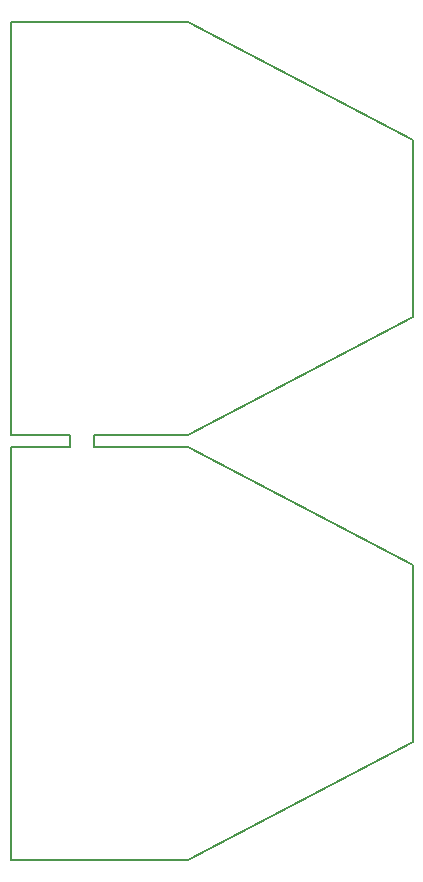
<source format=gbr>
G04 #@! TF.GenerationSoftware,KiCad,Pcbnew,5.1.9+dfsg1-1~bpo10+1*
G04 #@! TF.CreationDate,2021-10-21T15:09:38+00:00*
G04 #@! TF.ProjectId,rack-ser-adapter,7261636b-2d73-4657-922d-616461707465,rev?*
G04 #@! TF.SameCoordinates,Original*
G04 #@! TF.FileFunction,Profile,NP*
%FSLAX46Y46*%
G04 Gerber Fmt 4.6, Leading zero omitted, Abs format (unit mm)*
G04 Created by KiCad (PCBNEW 5.1.9+dfsg1-1~bpo10+1) date 2021-10-21 15:09:38*
%MOMM*%
%LPD*%
G01*
G04 APERTURE LIST*
G04 #@! TA.AperFunction,Profile*
%ADD10C,0.150000*%
G04 #@! TD*
G04 APERTURE END LIST*
D10*
X134000000Y-131000000D02*
X115000000Y-141000000D01*
X134000000Y-116000000D02*
X134000000Y-131000000D01*
X115000000Y-106000000D02*
X134000000Y-116000000D01*
X107000000Y-106000000D02*
X115000000Y-106000000D01*
X107000000Y-105000000D02*
X107000000Y-106000000D01*
X115000000Y-105000000D02*
X107000000Y-105000000D01*
X100000000Y-141000000D02*
X115000000Y-141000000D01*
X100000000Y-106000000D02*
X100000000Y-141000000D01*
X105000000Y-106000000D02*
X100000000Y-106000000D01*
X105000000Y-105000000D02*
X105000000Y-106000000D01*
X100000000Y-105000000D02*
X105000000Y-105000000D01*
X100000000Y-105000000D02*
X100000000Y-70000000D01*
X134000000Y-95000000D02*
X115000000Y-105000000D01*
X134000000Y-80000000D02*
X134000000Y-95000000D01*
X115000000Y-70000000D02*
X134000000Y-80000000D01*
X100000000Y-70000000D02*
X115000000Y-70000000D01*
M02*

</source>
